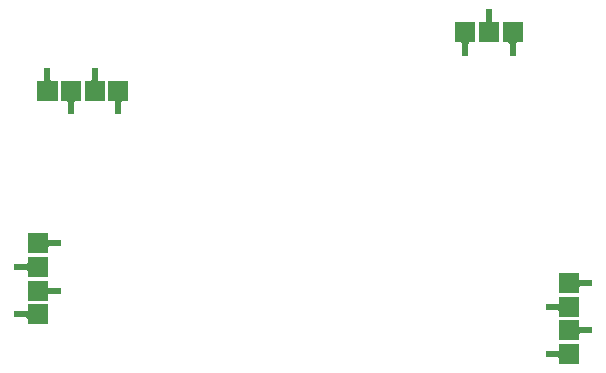
<source format=gbr>
G04*
G04 #@! TF.GenerationSoftware,Altium Limited,Altium Designer,22.4.2 (48)*
G04*
G04 Layer_Color=8421504*
%FSLAX44Y44*%
%MOMM*%
G71*
G04*
G04 #@! TF.SameCoordinates,526C220A-A096-4E3C-8F2C-01EC2D9484EB*
G04*
G04*
G04 #@! TF.FilePolarity,Positive*
G04*
G01*
G75*
G36*
X61750Y116500D02*
Y133500D01*
X44750D01*
X44750Y128850D01*
X44725Y128596D01*
X44531Y128128D01*
X44172Y127769D01*
X43704Y127575D01*
X43450Y127550D01*
X43450D01*
X33550D01*
Y122450D01*
X43450Y122450D01*
X43704Y122425D01*
X44172Y122231D01*
X44531Y121872D01*
X44725Y121404D01*
X44750Y121150D01*
X44750Y121150D01*
Y116500D01*
X61750D01*
D02*
G37*
G36*
X61750Y156500D02*
Y173500D01*
X44750D01*
Y168850D01*
X44725Y168596D01*
X44531Y168128D01*
X44172Y167769D01*
X43704Y167575D01*
X43450Y167550D01*
D01*
X33550D01*
Y162450D01*
X43450Y162450D01*
X43704Y162425D01*
X44172Y162231D01*
X44531Y161872D01*
X44725Y161404D01*
X44750Y161150D01*
Y161150D01*
Y156500D01*
X61750D01*
D02*
G37*
G36*
X44750Y153500D02*
Y136500D01*
X61750D01*
Y141150D01*
X61775Y141404D01*
X61969Y141872D01*
X62328Y142231D01*
X62796Y142425D01*
X63050Y142450D01*
Y142450D01*
X72950D01*
Y147550D01*
X63050D01*
X62796Y147575D01*
X62328Y147769D01*
X61969Y148128D01*
X61775Y148596D01*
X61750Y148850D01*
D01*
Y153500D01*
X44750D01*
D02*
G37*
G36*
X104060Y324000D02*
Y324000D01*
X104085Y323746D01*
X104279Y323278D01*
X104638Y322919D01*
X105106Y322725D01*
X105360Y322700D01*
X110010Y322700D01*
Y305700D01*
X93010D01*
Y322700D01*
X97660D01*
X97660Y322700D01*
X97914Y322725D01*
X98382Y322919D01*
X98741Y323278D01*
X98935Y323746D01*
X98960Y324000D01*
X98960Y333900D01*
X104060D01*
Y324000D01*
D02*
G37*
G36*
X64060Y324000D02*
X64085Y323746D01*
X64279Y323278D01*
X64638Y322919D01*
X65106Y322725D01*
X65360Y322700D01*
X70010D01*
Y305700D01*
X53010D01*
Y322700D01*
X57660D01*
X57914Y322725D01*
X58382Y322919D01*
X58741Y323278D01*
X58935Y323746D01*
X58960Y324000D01*
X58960Y333900D01*
X64060D01*
Y324000D01*
D02*
G37*
G36*
X90010Y305700D02*
X85360D01*
Y305700D01*
X85106Y305675D01*
X84638Y305481D01*
X84279Y305122D01*
X84085Y304654D01*
X84060Y304400D01*
Y294500D01*
X78960D01*
Y304400D01*
X78960Y304400D01*
X78935Y304654D01*
X78741Y305122D01*
X78382Y305481D01*
X77914Y305675D01*
X77660Y305700D01*
X73010Y305700D01*
Y322700D01*
X90010D01*
Y305700D01*
D02*
G37*
G36*
X61750Y188850D02*
X61750D01*
X61775Y188596D01*
X61969Y188128D01*
X62327Y187769D01*
X62796Y187575D01*
X63050Y187550D01*
X72950D01*
Y182450D01*
X63050D01*
X63050Y182450D01*
X62796Y182425D01*
X62327Y182231D01*
X61969Y181872D01*
X61775Y181404D01*
X61750Y181150D01*
X61750Y176500D01*
X44750D01*
Y193500D01*
X61750D01*
Y188850D01*
D02*
G37*
G36*
X130010Y322700D02*
X113010D01*
Y305700D01*
X117660D01*
X117914Y305675D01*
X118382Y305481D01*
X118741Y305123D01*
X118935Y304654D01*
X118960Y304400D01*
X118960D01*
Y294500D01*
X124060D01*
Y304400D01*
X124085Y304654D01*
X124279Y305122D01*
X124638Y305481D01*
X125106Y305675D01*
X125360Y305700D01*
D01*
X130010D01*
Y322700D01*
D02*
G37*
G36*
X423860Y372230D02*
Y355230D01*
X418910D01*
X418699Y355161D01*
X418329Y354921D01*
X418059Y354571D01*
X417923Y354151D01*
X417910Y353930D01*
X417910D01*
Y344030D01*
X412810D01*
X412810Y353930D01*
X412785Y354184D01*
X412591Y354652D01*
X412232Y355011D01*
X411764Y355205D01*
X411510Y355230D01*
Y355230D01*
X406860D01*
Y372230D01*
X423860D01*
D02*
G37*
G36*
X463860D02*
Y355230D01*
X458910D01*
X458699Y355161D01*
X458329Y354921D01*
X458059Y354571D01*
X457923Y354151D01*
X457910Y353930D01*
X457910D01*
Y344030D01*
X452810D01*
X452810Y353930D01*
X452785Y354184D01*
X452591Y354652D01*
X452232Y355011D01*
X451764Y355205D01*
X451510Y355230D01*
Y355230D01*
X446860D01*
Y372230D01*
X463860D01*
D02*
G37*
G36*
X443860Y355230D02*
Y372230D01*
X438910Y372230D01*
X438699Y372299D01*
X438329Y372539D01*
X438059Y372889D01*
X437923Y373309D01*
X437910Y373530D01*
X437910Y373530D01*
X437910Y383430D01*
X432810D01*
X432810Y373530D01*
X432785Y373276D01*
X432591Y372808D01*
X432232Y372449D01*
X431764Y372255D01*
X431510Y372230D01*
X431510D01*
X426860D01*
Y355230D01*
X443860D01*
D02*
G37*
G36*
X511490Y82820D02*
Y99820D01*
X494490D01*
Y95170D01*
X494465Y94916D01*
X494271Y94448D01*
X493913Y94089D01*
X493444Y93895D01*
X493190Y93870D01*
D01*
X483290D01*
Y88770D01*
X493190Y88770D01*
X493444Y88745D01*
X493912Y88551D01*
X494271Y88192D01*
X494465Y87724D01*
X494490Y87470D01*
Y87470D01*
Y82820D01*
X511490D01*
D02*
G37*
G36*
X494490Y119820D02*
Y102820D01*
X511490D01*
X511490Y107470D01*
X511515Y107724D01*
X511709Y108192D01*
X512068Y108551D01*
X512536Y108745D01*
X512790Y108770D01*
X512790Y108770D01*
X522690D01*
Y113870D01*
X512790D01*
X512536Y113895D01*
X512068Y114089D01*
X511709Y114448D01*
X511515Y114916D01*
X511490Y115170D01*
X511490D01*
Y119820D01*
X494490D01*
D02*
G37*
G36*
X511490Y122820D02*
Y139820D01*
X494490D01*
X494490Y135170D01*
X494465Y134916D01*
X494271Y134448D01*
X493912Y134089D01*
X493444Y133895D01*
X493190Y133870D01*
X493190D01*
X483290D01*
Y128770D01*
X493190Y128770D01*
X493444Y128745D01*
X493912Y128551D01*
X494271Y128192D01*
X494465Y127724D01*
X494490Y127470D01*
X494490Y127470D01*
Y122820D01*
X511490D01*
D02*
G37*
G36*
X494490Y159820D02*
Y142820D01*
X511490D01*
Y147470D01*
X511515Y147724D01*
X511709Y148192D01*
X512068Y148551D01*
X512536Y148745D01*
X512790Y148770D01*
Y148770D01*
X522690D01*
Y153870D01*
X512790D01*
X512536Y153895D01*
X512068Y154089D01*
X511709Y154448D01*
X511515Y154916D01*
X511490Y155170D01*
D01*
Y159820D01*
X494490D01*
D02*
G37*
M02*

</source>
